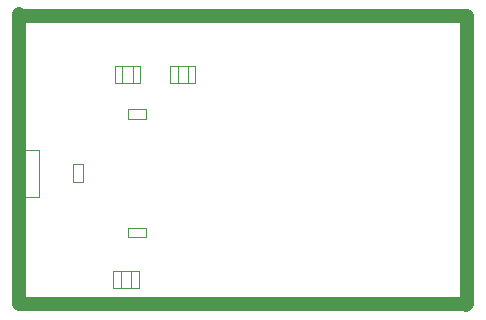
<source format=gm1>
G04*
G04 #@! TF.GenerationSoftware,Altium Limited,Altium Designer,18.1.9 (240)*
G04*
G04 Layer_Color=16711935*
%FSLAX25Y25*%
%MOIN*%
G70*
G01*
G75*
%ADD26C,0.04724*%
%ADD27C,0.00000*%
%ADD28C,0.00000*%
D26*
X153500Y384000D02*
X154500Y383500D01*
X303000D01*
Y287500D02*
Y383500D01*
X302500Y287000D02*
X303000Y287500D01*
X302000D02*
X302500Y287000D01*
X153500Y287500D02*
X302000D01*
X153500D02*
Y384000D01*
D27*
X171740Y333953D02*
X174890D01*
Y328047D02*
Y333953D01*
X171740Y328047D02*
X174890D01*
X171740D02*
Y333953D01*
X155598Y338874D02*
Y354622D01*
Y338874D02*
X160323D01*
Y323126D02*
Y338874D01*
X155598Y323126D02*
X160323D01*
X155598Y307378D02*
Y323126D01*
X190047Y349110D02*
Y352260D01*
X195953D01*
Y349110D02*
Y352260D01*
X190047Y349110D02*
X195953D01*
X190047Y309740D02*
Y312890D01*
X195953D01*
Y309740D02*
Y312890D01*
X190047Y309740D02*
X195953D01*
D28*
X206500Y361200D02*
Y366800D01*
X204000D02*
X206500D01*
X204000Y361200D02*
X206500D01*
X209900D02*
Y366800D01*
Y361200D02*
X212400D01*
X209900Y366800D02*
X212400D01*
X206500Y361200D02*
X209900D01*
X212400D02*
Y366800D01*
X206500D02*
X209900D01*
X204000Y361200D02*
Y366800D01*
X191500Y361200D02*
Y366800D01*
Y361200D02*
X194000D01*
X191500Y366800D02*
X194000D01*
X188100Y361200D02*
Y366800D01*
X185600D02*
X188100D01*
X185600Y361200D02*
X188100D01*
Y366800D02*
X191500D01*
X185600Y361200D02*
Y366800D01*
X188100Y361200D02*
X191500D01*
X194000D02*
Y366800D01*
X187600Y292700D02*
Y298300D01*
X185100D02*
X187600D01*
X185100Y292700D02*
X187600D01*
X191000D02*
Y298300D01*
Y292700D02*
X193500D01*
X191000Y298300D02*
X193500D01*
X187600Y292700D02*
X191000D01*
X193500D02*
Y298300D01*
X187600D02*
X191000D01*
X185100Y292700D02*
Y298300D01*
M02*

</source>
